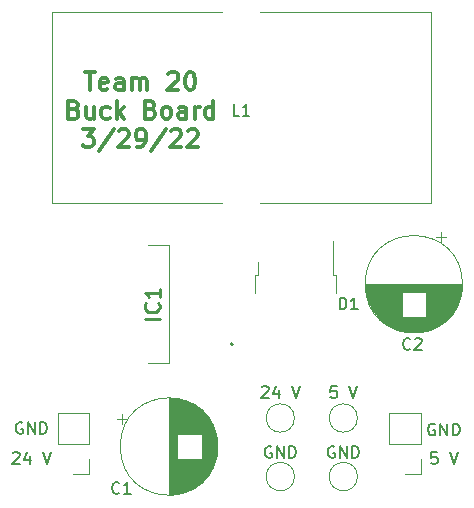
<source format=gbr>
%TF.GenerationSoftware,KiCad,Pcbnew,(6.0.1)*%
%TF.CreationDate,2022-03-29T16:10:18-05:00*%
%TF.ProjectId,buck_board,6275636b-5f62-46f6-9172-642e6b696361,rev?*%
%TF.SameCoordinates,Original*%
%TF.FileFunction,Legend,Top*%
%TF.FilePolarity,Positive*%
%FSLAX46Y46*%
G04 Gerber Fmt 4.6, Leading zero omitted, Abs format (unit mm)*
G04 Created by KiCad (PCBNEW (6.0.1)) date 2022-03-29 16:10:18*
%MOMM*%
%LPD*%
G01*
G04 APERTURE LIST*
%ADD10C,0.300000*%
%ADD11C,0.150000*%
%ADD12C,0.254000*%
%ADD13C,0.120000*%
%ADD14C,0.100000*%
%ADD15C,0.200000*%
G04 APERTURE END LIST*
D10*
X61290000Y-52516571D02*
X62147142Y-52516571D01*
X61718571Y-54016571D02*
X61718571Y-52516571D01*
X63218571Y-53945142D02*
X63075714Y-54016571D01*
X62790000Y-54016571D01*
X62647142Y-53945142D01*
X62575714Y-53802285D01*
X62575714Y-53230857D01*
X62647142Y-53088000D01*
X62790000Y-53016571D01*
X63075714Y-53016571D01*
X63218571Y-53088000D01*
X63290000Y-53230857D01*
X63290000Y-53373714D01*
X62575714Y-53516571D01*
X64575714Y-54016571D02*
X64575714Y-53230857D01*
X64504285Y-53088000D01*
X64361428Y-53016571D01*
X64075714Y-53016571D01*
X63932857Y-53088000D01*
X64575714Y-53945142D02*
X64432857Y-54016571D01*
X64075714Y-54016571D01*
X63932857Y-53945142D01*
X63861428Y-53802285D01*
X63861428Y-53659428D01*
X63932857Y-53516571D01*
X64075714Y-53445142D01*
X64432857Y-53445142D01*
X64575714Y-53373714D01*
X65290000Y-54016571D02*
X65290000Y-53016571D01*
X65290000Y-53159428D02*
X65361428Y-53088000D01*
X65504285Y-53016571D01*
X65718571Y-53016571D01*
X65861428Y-53088000D01*
X65932857Y-53230857D01*
X65932857Y-54016571D01*
X65932857Y-53230857D02*
X66004285Y-53088000D01*
X66147142Y-53016571D01*
X66361428Y-53016571D01*
X66504285Y-53088000D01*
X66575714Y-53230857D01*
X66575714Y-54016571D01*
X68361428Y-52659428D02*
X68432857Y-52588000D01*
X68575714Y-52516571D01*
X68932857Y-52516571D01*
X69075714Y-52588000D01*
X69147142Y-52659428D01*
X69218571Y-52802285D01*
X69218571Y-52945142D01*
X69147142Y-53159428D01*
X68290000Y-54016571D01*
X69218571Y-54016571D01*
X70147142Y-52516571D02*
X70290000Y-52516571D01*
X70432857Y-52588000D01*
X70504285Y-52659428D01*
X70575714Y-52802285D01*
X70647142Y-53088000D01*
X70647142Y-53445142D01*
X70575714Y-53730857D01*
X70504285Y-53873714D01*
X70432857Y-53945142D01*
X70290000Y-54016571D01*
X70147142Y-54016571D01*
X70004285Y-53945142D01*
X69932857Y-53873714D01*
X69861428Y-53730857D01*
X69790000Y-53445142D01*
X69790000Y-53088000D01*
X69861428Y-52802285D01*
X69932857Y-52659428D01*
X70004285Y-52588000D01*
X70147142Y-52516571D01*
X60397142Y-55645857D02*
X60611428Y-55717285D01*
X60682857Y-55788714D01*
X60754285Y-55931571D01*
X60754285Y-56145857D01*
X60682857Y-56288714D01*
X60611428Y-56360142D01*
X60468571Y-56431571D01*
X59897142Y-56431571D01*
X59897142Y-54931571D01*
X60397142Y-54931571D01*
X60540000Y-55003000D01*
X60611428Y-55074428D01*
X60682857Y-55217285D01*
X60682857Y-55360142D01*
X60611428Y-55503000D01*
X60540000Y-55574428D01*
X60397142Y-55645857D01*
X59897142Y-55645857D01*
X62040000Y-55431571D02*
X62040000Y-56431571D01*
X61397142Y-55431571D02*
X61397142Y-56217285D01*
X61468571Y-56360142D01*
X61611428Y-56431571D01*
X61825714Y-56431571D01*
X61968571Y-56360142D01*
X62040000Y-56288714D01*
X63397142Y-56360142D02*
X63254285Y-56431571D01*
X62968571Y-56431571D01*
X62825714Y-56360142D01*
X62754285Y-56288714D01*
X62682857Y-56145857D01*
X62682857Y-55717285D01*
X62754285Y-55574428D01*
X62825714Y-55503000D01*
X62968571Y-55431571D01*
X63254285Y-55431571D01*
X63397142Y-55503000D01*
X64040000Y-56431571D02*
X64040000Y-54931571D01*
X64182857Y-55860142D02*
X64611428Y-56431571D01*
X64611428Y-55431571D02*
X64040000Y-56003000D01*
X66897142Y-55645857D02*
X67111428Y-55717285D01*
X67182857Y-55788714D01*
X67254285Y-55931571D01*
X67254285Y-56145857D01*
X67182857Y-56288714D01*
X67111428Y-56360142D01*
X66968571Y-56431571D01*
X66397142Y-56431571D01*
X66397142Y-54931571D01*
X66897142Y-54931571D01*
X67040000Y-55003000D01*
X67111428Y-55074428D01*
X67182857Y-55217285D01*
X67182857Y-55360142D01*
X67111428Y-55503000D01*
X67040000Y-55574428D01*
X66897142Y-55645857D01*
X66397142Y-55645857D01*
X68111428Y-56431571D02*
X67968571Y-56360142D01*
X67897142Y-56288714D01*
X67825714Y-56145857D01*
X67825714Y-55717285D01*
X67897142Y-55574428D01*
X67968571Y-55503000D01*
X68111428Y-55431571D01*
X68325714Y-55431571D01*
X68468571Y-55503000D01*
X68540000Y-55574428D01*
X68611428Y-55717285D01*
X68611428Y-56145857D01*
X68540000Y-56288714D01*
X68468571Y-56360142D01*
X68325714Y-56431571D01*
X68111428Y-56431571D01*
X69897142Y-56431571D02*
X69897142Y-55645857D01*
X69825714Y-55503000D01*
X69682857Y-55431571D01*
X69397142Y-55431571D01*
X69254285Y-55503000D01*
X69897142Y-56360142D02*
X69754285Y-56431571D01*
X69397142Y-56431571D01*
X69254285Y-56360142D01*
X69182857Y-56217285D01*
X69182857Y-56074428D01*
X69254285Y-55931571D01*
X69397142Y-55860142D01*
X69754285Y-55860142D01*
X69897142Y-55788714D01*
X70611428Y-56431571D02*
X70611428Y-55431571D01*
X70611428Y-55717285D02*
X70682857Y-55574428D01*
X70754285Y-55503000D01*
X70897142Y-55431571D01*
X71040000Y-55431571D01*
X72182857Y-56431571D02*
X72182857Y-54931571D01*
X72182857Y-56360142D02*
X72040000Y-56431571D01*
X71754285Y-56431571D01*
X71611428Y-56360142D01*
X71540000Y-56288714D01*
X71468571Y-56145857D01*
X71468571Y-55717285D01*
X71540000Y-55574428D01*
X71611428Y-55503000D01*
X71754285Y-55431571D01*
X72040000Y-55431571D01*
X72182857Y-55503000D01*
X61111428Y-57346571D02*
X62040000Y-57346571D01*
X61540000Y-57918000D01*
X61754285Y-57918000D01*
X61897142Y-57989428D01*
X61968571Y-58060857D01*
X62040000Y-58203714D01*
X62040000Y-58560857D01*
X61968571Y-58703714D01*
X61897142Y-58775142D01*
X61754285Y-58846571D01*
X61325714Y-58846571D01*
X61182857Y-58775142D01*
X61111428Y-58703714D01*
X63754285Y-57275142D02*
X62468571Y-59203714D01*
X64182857Y-57489428D02*
X64254285Y-57418000D01*
X64397142Y-57346571D01*
X64754285Y-57346571D01*
X64897142Y-57418000D01*
X64968571Y-57489428D01*
X65040000Y-57632285D01*
X65040000Y-57775142D01*
X64968571Y-57989428D01*
X64111428Y-58846571D01*
X65040000Y-58846571D01*
X65754285Y-58846571D02*
X66040000Y-58846571D01*
X66182857Y-58775142D01*
X66254285Y-58703714D01*
X66397142Y-58489428D01*
X66468571Y-58203714D01*
X66468571Y-57632285D01*
X66397142Y-57489428D01*
X66325714Y-57418000D01*
X66182857Y-57346571D01*
X65897142Y-57346571D01*
X65754285Y-57418000D01*
X65682857Y-57489428D01*
X65611428Y-57632285D01*
X65611428Y-57989428D01*
X65682857Y-58132285D01*
X65754285Y-58203714D01*
X65897142Y-58275142D01*
X66182857Y-58275142D01*
X66325714Y-58203714D01*
X66397142Y-58132285D01*
X66468571Y-57989428D01*
X68182857Y-57275142D02*
X66897142Y-59203714D01*
X68611428Y-57489428D02*
X68682857Y-57418000D01*
X68825714Y-57346571D01*
X69182857Y-57346571D01*
X69325714Y-57418000D01*
X69397142Y-57489428D01*
X69468571Y-57632285D01*
X69468571Y-57775142D01*
X69397142Y-57989428D01*
X68540000Y-58846571D01*
X69468571Y-58846571D01*
X70040000Y-57489428D02*
X70111428Y-57418000D01*
X70254285Y-57346571D01*
X70611428Y-57346571D01*
X70754285Y-57418000D01*
X70825714Y-57489428D01*
X70897142Y-57632285D01*
X70897142Y-57775142D01*
X70825714Y-57989428D01*
X69968571Y-58846571D01*
X70897142Y-58846571D01*
D11*
%TO.C,TP4*%
X77089095Y-84214000D02*
X76993857Y-84166380D01*
X76851000Y-84166380D01*
X76708142Y-84214000D01*
X76612904Y-84309238D01*
X76565285Y-84404476D01*
X76517666Y-84594952D01*
X76517666Y-84737809D01*
X76565285Y-84928285D01*
X76612904Y-85023523D01*
X76708142Y-85118761D01*
X76851000Y-85166380D01*
X76946238Y-85166380D01*
X77089095Y-85118761D01*
X77136714Y-85071142D01*
X77136714Y-84737809D01*
X76946238Y-84737809D01*
X77565285Y-85166380D02*
X77565285Y-84166380D01*
X78136714Y-85166380D01*
X78136714Y-84166380D01*
X78612904Y-85166380D02*
X78612904Y-84166380D01*
X78851000Y-84166380D01*
X78993857Y-84214000D01*
X79089095Y-84309238D01*
X79136714Y-84404476D01*
X79184333Y-84594952D01*
X79184333Y-84737809D01*
X79136714Y-84928285D01*
X79089095Y-85023523D01*
X78993857Y-85118761D01*
X78851000Y-85166380D01*
X78612904Y-85166380D01*
%TO.C,TP3*%
X82423095Y-84214000D02*
X82327857Y-84166380D01*
X82185000Y-84166380D01*
X82042142Y-84214000D01*
X81946904Y-84309238D01*
X81899285Y-84404476D01*
X81851666Y-84594952D01*
X81851666Y-84737809D01*
X81899285Y-84928285D01*
X81946904Y-85023523D01*
X82042142Y-85118761D01*
X82185000Y-85166380D01*
X82280238Y-85166380D01*
X82423095Y-85118761D01*
X82470714Y-85071142D01*
X82470714Y-84737809D01*
X82280238Y-84737809D01*
X82899285Y-85166380D02*
X82899285Y-84166380D01*
X83470714Y-85166380D01*
X83470714Y-84166380D01*
X83946904Y-85166380D02*
X83946904Y-84166380D01*
X84185000Y-84166380D01*
X84327857Y-84214000D01*
X84423095Y-84309238D01*
X84470714Y-84404476D01*
X84518333Y-84594952D01*
X84518333Y-84737809D01*
X84470714Y-84928285D01*
X84423095Y-85023523D01*
X84327857Y-85118761D01*
X84185000Y-85166380D01*
X83946904Y-85166380D01*
%TO.C,TP2*%
X82613571Y-79081380D02*
X82137380Y-79081380D01*
X82089761Y-79557571D01*
X82137380Y-79509952D01*
X82232619Y-79462333D01*
X82470714Y-79462333D01*
X82565952Y-79509952D01*
X82613571Y-79557571D01*
X82661190Y-79652809D01*
X82661190Y-79890904D01*
X82613571Y-79986142D01*
X82565952Y-80033761D01*
X82470714Y-80081380D01*
X82232619Y-80081380D01*
X82137380Y-80033761D01*
X82089761Y-79986142D01*
X83708809Y-79081380D02*
X84042142Y-80081380D01*
X84375476Y-79081380D01*
%TO.C,TP1*%
X76279571Y-79176619D02*
X76327190Y-79129000D01*
X76422428Y-79081380D01*
X76660523Y-79081380D01*
X76755761Y-79129000D01*
X76803380Y-79176619D01*
X76851000Y-79271857D01*
X76851000Y-79367095D01*
X76803380Y-79509952D01*
X76231952Y-80081380D01*
X76851000Y-80081380D01*
X77708142Y-79414714D02*
X77708142Y-80081380D01*
X77470047Y-79033761D02*
X77231952Y-79748047D01*
X77851000Y-79748047D01*
X78851000Y-79081380D02*
X79184333Y-80081380D01*
X79517666Y-79081380D01*
%TO.C,L1*%
X74382333Y-56205380D02*
X73906142Y-56205380D01*
X73906142Y-55205380D01*
X75239476Y-56205380D02*
X74668047Y-56205380D01*
X74953761Y-56205380D02*
X74953761Y-55205380D01*
X74858523Y-55348238D01*
X74763285Y-55443476D01*
X74668047Y-55491095D01*
%TO.C,J2*%
X91122571Y-84669380D02*
X90646380Y-84669380D01*
X90598761Y-85145571D01*
X90646380Y-85097952D01*
X90741619Y-85050333D01*
X90979714Y-85050333D01*
X91074952Y-85097952D01*
X91122571Y-85145571D01*
X91170190Y-85240809D01*
X91170190Y-85478904D01*
X91122571Y-85574142D01*
X91074952Y-85621761D01*
X90979714Y-85669380D01*
X90741619Y-85669380D01*
X90646380Y-85621761D01*
X90598761Y-85574142D01*
X92217809Y-84669380D02*
X92551142Y-85669380D01*
X92884476Y-84669380D01*
X90932095Y-82304000D02*
X90836857Y-82256380D01*
X90694000Y-82256380D01*
X90551142Y-82304000D01*
X90455904Y-82399238D01*
X90408285Y-82494476D01*
X90360666Y-82684952D01*
X90360666Y-82827809D01*
X90408285Y-83018285D01*
X90455904Y-83113523D01*
X90551142Y-83208761D01*
X90694000Y-83256380D01*
X90789238Y-83256380D01*
X90932095Y-83208761D01*
X90979714Y-83161142D01*
X90979714Y-82827809D01*
X90789238Y-82827809D01*
X91408285Y-83256380D02*
X91408285Y-82256380D01*
X91979714Y-83256380D01*
X91979714Y-82256380D01*
X92455904Y-83256380D02*
X92455904Y-82256380D01*
X92694000Y-82256380D01*
X92836857Y-82304000D01*
X92932095Y-82399238D01*
X92979714Y-82494476D01*
X93027333Y-82684952D01*
X93027333Y-82827809D01*
X92979714Y-83018285D01*
X92932095Y-83113523D01*
X92836857Y-83208761D01*
X92694000Y-83256380D01*
X92455904Y-83256380D01*
%TO.C,J1*%
X55197571Y-84764619D02*
X55245190Y-84717000D01*
X55340428Y-84669380D01*
X55578523Y-84669380D01*
X55673761Y-84717000D01*
X55721380Y-84764619D01*
X55769000Y-84859857D01*
X55769000Y-84955095D01*
X55721380Y-85097952D01*
X55149952Y-85669380D01*
X55769000Y-85669380D01*
X56626142Y-85002714D02*
X56626142Y-85669380D01*
X56388047Y-84621761D02*
X56149952Y-85336047D01*
X56769000Y-85336047D01*
X57769000Y-84669380D02*
X58102333Y-85669380D01*
X58435666Y-84669380D01*
X56007095Y-82177000D02*
X55911857Y-82129380D01*
X55769000Y-82129380D01*
X55626142Y-82177000D01*
X55530904Y-82272238D01*
X55483285Y-82367476D01*
X55435666Y-82557952D01*
X55435666Y-82700809D01*
X55483285Y-82891285D01*
X55530904Y-82986523D01*
X55626142Y-83081761D01*
X55769000Y-83129380D01*
X55864238Y-83129380D01*
X56007095Y-83081761D01*
X56054714Y-83034142D01*
X56054714Y-82700809D01*
X55864238Y-82700809D01*
X56483285Y-83129380D02*
X56483285Y-82129380D01*
X57054714Y-83129380D01*
X57054714Y-82129380D01*
X57530904Y-83129380D02*
X57530904Y-82129380D01*
X57769000Y-82129380D01*
X57911857Y-82177000D01*
X58007095Y-82272238D01*
X58054714Y-82367476D01*
X58102333Y-82557952D01*
X58102333Y-82700809D01*
X58054714Y-82891285D01*
X58007095Y-82986523D01*
X57911857Y-83081761D01*
X57769000Y-83129380D01*
X57530904Y-83129380D01*
D12*
%TO.C,IC1*%
X67630523Y-73375761D02*
X66360523Y-73375761D01*
X67509571Y-72045285D02*
X67570047Y-72105761D01*
X67630523Y-72287190D01*
X67630523Y-72408142D01*
X67570047Y-72589571D01*
X67449095Y-72710523D01*
X67328142Y-72771000D01*
X67086238Y-72831476D01*
X66904809Y-72831476D01*
X66662904Y-72771000D01*
X66541952Y-72710523D01*
X66421000Y-72589571D01*
X66360523Y-72408142D01*
X66360523Y-72287190D01*
X66421000Y-72105761D01*
X66481476Y-72045285D01*
X67630523Y-70835761D02*
X67630523Y-71561476D01*
X67630523Y-71198619D02*
X66360523Y-71198619D01*
X66541952Y-71319571D01*
X66662904Y-71440523D01*
X66723380Y-71561476D01*
D11*
%TO.C,D1*%
X82882904Y-72588380D02*
X82882904Y-71588380D01*
X83121000Y-71588380D01*
X83263857Y-71636000D01*
X83359095Y-71731238D01*
X83406714Y-71826476D01*
X83454333Y-72016952D01*
X83454333Y-72159809D01*
X83406714Y-72350285D01*
X83359095Y-72445523D01*
X83263857Y-72540761D01*
X83121000Y-72588380D01*
X82882904Y-72588380D01*
X84406714Y-72588380D02*
X83835285Y-72588380D01*
X84121000Y-72588380D02*
X84121000Y-71588380D01*
X84025761Y-71731238D01*
X83930523Y-71826476D01*
X83835285Y-71874095D01*
%TO.C,C2*%
X88860333Y-75922142D02*
X88812714Y-75969761D01*
X88669857Y-76017380D01*
X88574619Y-76017380D01*
X88431761Y-75969761D01*
X88336523Y-75874523D01*
X88288904Y-75779285D01*
X88241285Y-75588809D01*
X88241285Y-75445952D01*
X88288904Y-75255476D01*
X88336523Y-75160238D01*
X88431761Y-75065000D01*
X88574619Y-75017380D01*
X88669857Y-75017380D01*
X88812714Y-75065000D01*
X88860333Y-75112619D01*
X89241285Y-75112619D02*
X89288904Y-75065000D01*
X89384142Y-75017380D01*
X89622238Y-75017380D01*
X89717476Y-75065000D01*
X89765095Y-75112619D01*
X89812714Y-75207857D01*
X89812714Y-75303095D01*
X89765095Y-75445952D01*
X89193666Y-76017380D01*
X89812714Y-76017380D01*
%TO.C,C1*%
X64222333Y-88114142D02*
X64174714Y-88161761D01*
X64031857Y-88209380D01*
X63936619Y-88209380D01*
X63793761Y-88161761D01*
X63698523Y-88066523D01*
X63650904Y-87971285D01*
X63603285Y-87780809D01*
X63603285Y-87637952D01*
X63650904Y-87447476D01*
X63698523Y-87352238D01*
X63793761Y-87257000D01*
X63936619Y-87209380D01*
X64031857Y-87209380D01*
X64174714Y-87257000D01*
X64222333Y-87304619D01*
X65174714Y-88209380D02*
X64603285Y-88209380D01*
X64889000Y-88209380D02*
X64889000Y-87209380D01*
X64793761Y-87352238D01*
X64698523Y-87447476D01*
X64603285Y-87495095D01*
D13*
%TO.C,TP4*%
X79051000Y-86741000D02*
G75*
G03*
X79051000Y-86741000I-1200000J0D01*
G01*
%TO.C,TP3*%
X84385000Y-86741000D02*
G75*
G03*
X84385000Y-86741000I-1200000J0D01*
G01*
%TO.C,TP2*%
X84385000Y-81783000D02*
G75*
G03*
X84385000Y-81783000I-1200000J0D01*
G01*
%TO.C,TP1*%
X79051000Y-81783000D02*
G75*
G03*
X79051000Y-81783000I-1200000J0D01*
G01*
%TO.C,L1*%
X58529000Y-63564000D02*
X58529000Y-47424000D01*
X90569000Y-63564000D02*
X76157000Y-63564000D01*
X90569000Y-47424000D02*
X76157000Y-47424000D01*
X72941000Y-47424000D02*
X58529000Y-47424000D01*
X90569000Y-63564000D02*
X90569000Y-47424000D01*
X72941000Y-63564000D02*
X58529000Y-63564000D01*
%TO.C,J2*%
X87062000Y-83947000D02*
X87062000Y-81347000D01*
X89722000Y-86547000D02*
X88392000Y-86547000D01*
X89722000Y-83947000D02*
X87062000Y-83947000D01*
X89722000Y-83947000D02*
X89722000Y-81347000D01*
X89722000Y-81347000D02*
X87062000Y-81347000D01*
X89722000Y-85217000D02*
X89722000Y-86547000D01*
%TO.C,J1*%
X58995000Y-83947000D02*
X58995000Y-81347000D01*
X61655000Y-86547000D02*
X60325000Y-86547000D01*
X61655000Y-83947000D02*
X58995000Y-83947000D01*
X61655000Y-83947000D02*
X61655000Y-81347000D01*
X61655000Y-81347000D02*
X58995000Y-81347000D01*
X61655000Y-85217000D02*
X61655000Y-86547000D01*
D14*
%TO.C,IC1*%
X66675000Y-77146000D02*
X68402000Y-77146000D01*
X68402000Y-77146000D02*
X68402000Y-67126000D01*
X68402000Y-67126000D02*
X66675000Y-67126000D01*
D15*
X73755000Y-75436000D02*
X73755000Y-75436000D01*
X73755000Y-75636000D02*
X73755000Y-75636000D01*
X73755000Y-75636000D02*
G75*
G03*
X73755000Y-75436000I0J100000D01*
G01*
X73755000Y-75436000D02*
G75*
G03*
X73755000Y-75636000I0J-100000D01*
G01*
D13*
%TO.C,D1*%
X82571000Y-71166000D02*
X82571000Y-69666000D01*
X82301000Y-69666000D02*
X82301000Y-66836000D01*
X75941000Y-69666000D02*
X75941000Y-68566000D01*
X75671000Y-71166000D02*
X75671000Y-69666000D01*
X82571000Y-69666000D02*
X82301000Y-69666000D01*
X75671000Y-69666000D02*
X75941000Y-69666000D01*
%TO.C,C2*%
X92099000Y-73296349D02*
X86209000Y-73296349D01*
X93196000Y-71015349D02*
X85112000Y-71015349D01*
X88114000Y-71296349D02*
X85160000Y-71296349D01*
X93230000Y-70655349D02*
X85078000Y-70655349D01*
X93215000Y-70855349D02*
X85093000Y-70855349D01*
X88114000Y-71736349D02*
X85277000Y-71736349D01*
X91441000Y-73856349D02*
X86867000Y-73856349D01*
X93004000Y-71816349D02*
X90194000Y-71816349D01*
X93101000Y-71496349D02*
X90194000Y-71496349D01*
X90799000Y-74216349D02*
X87509000Y-74216349D01*
X91659000Y-73696349D02*
X86649000Y-73696349D01*
X93231000Y-70615349D02*
X85077000Y-70615349D01*
X88114000Y-72496349D02*
X85614000Y-72496349D01*
X88114000Y-71416349D02*
X85187000Y-71416349D01*
X88114000Y-72016349D02*
X85380000Y-72016349D01*
X92061000Y-73336349D02*
X86247000Y-73336349D01*
X92840000Y-72216349D02*
X90194000Y-72216349D01*
X92894000Y-72096349D02*
X90194000Y-72096349D01*
X91851000Y-73536349D02*
X86457000Y-73536349D01*
X93156000Y-71256349D02*
X90194000Y-71256349D01*
X88114000Y-71216349D02*
X85144000Y-71216349D01*
X92546000Y-72736349D02*
X90194000Y-72736349D01*
X92944000Y-71976349D02*
X90194000Y-71976349D01*
X88114000Y-71656349D02*
X85252000Y-71656349D01*
X93043000Y-71696349D02*
X90194000Y-71696349D01*
X93121000Y-71416349D02*
X90194000Y-71416349D01*
X88114000Y-72576349D02*
X85661000Y-72576349D01*
X91710000Y-73656349D02*
X86598000Y-73656349D01*
X90967000Y-74136349D02*
X87341000Y-74136349D01*
X93164000Y-71216349D02*
X90194000Y-71216349D01*
X93184000Y-71095349D02*
X85124000Y-71095349D01*
X93234000Y-70495349D02*
X85074000Y-70495349D01*
X92623000Y-72616349D02*
X90194000Y-72616349D01*
X93090000Y-71536349D02*
X90194000Y-71536349D01*
X88114000Y-71776349D02*
X85291000Y-71776349D01*
X91980000Y-73416349D02*
X86328000Y-73416349D01*
X91320000Y-73936349D02*
X86988000Y-73936349D01*
X92278000Y-73096349D02*
X90194000Y-73096349D01*
X88114000Y-72976349D02*
X85934000Y-72976349D01*
X93219000Y-70815349D02*
X85089000Y-70815349D01*
X90383000Y-74376349D02*
X87925000Y-74376349D01*
X88114000Y-72416349D02*
X85570000Y-72416349D01*
X93130000Y-71376349D02*
X90194000Y-71376349D01*
X91869000Y-66445651D02*
X91069000Y-66445651D01*
X93079000Y-71576349D02*
X90194000Y-71576349D01*
X88114000Y-71256349D02*
X85152000Y-71256349D01*
X93111000Y-71456349D02*
X90194000Y-71456349D01*
X88114000Y-72136349D02*
X85432000Y-72136349D01*
X88114000Y-72696349D02*
X85736000Y-72696349D01*
X93225000Y-70735349D02*
X85083000Y-70735349D01*
X92989000Y-71856349D02*
X90194000Y-71856349D01*
X92760000Y-72376349D02*
X90194000Y-72376349D01*
X88114000Y-72256349D02*
X85488000Y-72256349D01*
X88114000Y-73016349D02*
X85965000Y-73016349D01*
X88114000Y-71616349D02*
X85240000Y-71616349D01*
X93148000Y-71296349D02*
X90194000Y-71296349D01*
X88114000Y-72376349D02*
X85548000Y-72376349D01*
X91805000Y-73576349D02*
X86503000Y-73576349D01*
X88114000Y-72096349D02*
X85414000Y-72096349D01*
X88114000Y-71696349D02*
X85265000Y-71696349D01*
X88114000Y-72776349D02*
X85789000Y-72776349D01*
X88114000Y-71176349D02*
X85137000Y-71176349D01*
X88114000Y-72456349D02*
X85592000Y-72456349D01*
X88114000Y-73056349D02*
X85998000Y-73056349D01*
X88114000Y-73176349D02*
X86099000Y-73176349D01*
X91895000Y-73496349D02*
X86413000Y-73496349D01*
X92671000Y-72536349D02*
X90194000Y-72536349D01*
X88114000Y-71856349D02*
X85319000Y-71856349D01*
X92694000Y-72496349D02*
X90194000Y-72496349D01*
X88114000Y-73096349D02*
X86030000Y-73096349D01*
X92173000Y-73216349D02*
X90194000Y-73216349D01*
X93202000Y-70975349D02*
X85106000Y-70975349D01*
X88114000Y-72176349D02*
X85450000Y-72176349D01*
X88114000Y-71976349D02*
X85364000Y-71976349D01*
X92492000Y-72816349D02*
X90194000Y-72816349D01*
X93178000Y-71135349D02*
X85130000Y-71135349D01*
X88114000Y-71336349D02*
X85169000Y-71336349D01*
X92244000Y-73136349D02*
X90194000Y-73136349D01*
X91118000Y-74056349D02*
X87190000Y-74056349D01*
X91256000Y-73976349D02*
X87052000Y-73976349D01*
X89687000Y-74536349D02*
X88621000Y-74536349D01*
X91554000Y-73776349D02*
X86754000Y-73776349D01*
X88114000Y-72736349D02*
X85762000Y-72736349D01*
X92434000Y-72896349D02*
X90194000Y-72896349D01*
X93017000Y-71776349D02*
X90194000Y-71776349D01*
X91188000Y-74016349D02*
X87120000Y-74016349D01*
X88114000Y-72536349D02*
X85637000Y-72536349D01*
X92716000Y-72456349D02*
X90194000Y-72456349D01*
X93233000Y-70575349D02*
X85075000Y-70575349D01*
X88114000Y-71896349D02*
X85333000Y-71896349D01*
X92137000Y-73256349D02*
X86171000Y-73256349D01*
X88114000Y-73216349D02*
X86135000Y-73216349D01*
X88114000Y-73136349D02*
X86064000Y-73136349D01*
X88114000Y-72336349D02*
X85527000Y-72336349D01*
X93228000Y-70695349D02*
X85080000Y-70695349D01*
X91938000Y-73456349D02*
X86370000Y-73456349D01*
X92209000Y-73176349D02*
X90194000Y-73176349D01*
X92858000Y-72176349D02*
X90194000Y-72176349D01*
X92975000Y-71896349D02*
X90194000Y-71896349D01*
X88114000Y-72816349D02*
X85816000Y-72816349D01*
X88114000Y-71536349D02*
X85218000Y-71536349D01*
X93031000Y-71736349D02*
X90194000Y-71736349D01*
X92876000Y-72136349D02*
X90194000Y-72136349D01*
X88114000Y-72896349D02*
X85874000Y-72896349D01*
X92647000Y-72576349D02*
X90194000Y-72576349D01*
X88114000Y-71456349D02*
X85197000Y-71456349D01*
X91469000Y-66045651D02*
X91469000Y-66845651D01*
X89922000Y-74496349D02*
X88386000Y-74496349D01*
X88114000Y-71936349D02*
X85349000Y-71936349D01*
X93056000Y-71656349D02*
X90194000Y-71656349D01*
X88114000Y-71496349D02*
X85207000Y-71496349D01*
X92021000Y-73376349D02*
X86287000Y-73376349D01*
X93139000Y-71336349D02*
X90194000Y-71336349D01*
X91044000Y-74096349D02*
X87264000Y-74096349D01*
X88114000Y-72936349D02*
X85904000Y-72936349D01*
X92519000Y-72776349D02*
X90194000Y-72776349D01*
X92738000Y-72416349D02*
X90194000Y-72416349D01*
X88114000Y-71576349D02*
X85229000Y-71576349D01*
X88114000Y-72056349D02*
X85397000Y-72056349D01*
X91499000Y-73816349D02*
X86809000Y-73816349D01*
X88114000Y-72656349D02*
X85710000Y-72656349D01*
X92820000Y-72256349D02*
X90194000Y-72256349D01*
X92343000Y-73016349D02*
X90194000Y-73016349D01*
X92374000Y-72976349D02*
X90194000Y-72976349D01*
X92928000Y-72016349D02*
X90194000Y-72016349D01*
X92781000Y-72336349D02*
X90194000Y-72336349D01*
X90706000Y-74256349D02*
X87602000Y-74256349D01*
X93234000Y-70455349D02*
X85074000Y-70455349D01*
X88114000Y-72616349D02*
X85685000Y-72616349D01*
X92959000Y-71936349D02*
X90194000Y-71936349D01*
X88114000Y-71376349D02*
X85178000Y-71376349D01*
X93206000Y-70935349D02*
X85102000Y-70935349D01*
X93171000Y-71176349D02*
X90194000Y-71176349D01*
X92572000Y-72696349D02*
X90194000Y-72696349D01*
X92310000Y-73056349D02*
X90194000Y-73056349D01*
X91382000Y-73896349D02*
X86926000Y-73896349D01*
X92404000Y-72936349D02*
X90194000Y-72936349D01*
X90500000Y-74336349D02*
X87808000Y-74336349D01*
X88114000Y-71816349D02*
X85304000Y-71816349D01*
X93234000Y-70535349D02*
X85074000Y-70535349D01*
X91758000Y-73616349D02*
X86550000Y-73616349D01*
X93191000Y-71055349D02*
X85117000Y-71055349D01*
X92801000Y-72296349D02*
X90194000Y-72296349D01*
X92463000Y-72856349D02*
X90194000Y-72856349D01*
X90252000Y-74416349D02*
X88056000Y-74416349D01*
X90885000Y-74176349D02*
X87423000Y-74176349D01*
X93222000Y-70775349D02*
X85086000Y-70775349D01*
X90607000Y-74296349D02*
X87701000Y-74296349D01*
X88114000Y-72296349D02*
X85507000Y-72296349D01*
X92598000Y-72656349D02*
X90194000Y-72656349D01*
X92911000Y-72056349D02*
X90194000Y-72056349D01*
X88114000Y-72216349D02*
X85468000Y-72216349D01*
X93211000Y-70895349D02*
X85097000Y-70895349D01*
X90102000Y-74456349D02*
X88206000Y-74456349D01*
X91608000Y-73736349D02*
X86700000Y-73736349D01*
X93068000Y-71616349D02*
X90194000Y-71616349D01*
X88114000Y-72856349D02*
X85845000Y-72856349D01*
X93274000Y-70455349D02*
G75*
G03*
X93274000Y-70455349I-4120000J0D01*
G01*
%TO.C,C1*%
X71264349Y-81251000D02*
X71264349Y-87141000D01*
X68983349Y-80154000D02*
X68983349Y-88238000D01*
X69264349Y-85236000D02*
X69264349Y-88190000D01*
X68623349Y-80120000D02*
X68623349Y-88272000D01*
X68823349Y-80135000D02*
X68823349Y-88257000D01*
X69704349Y-85236000D02*
X69704349Y-88073000D01*
X71824349Y-81909000D02*
X71824349Y-86483000D01*
X69784349Y-80346000D02*
X69784349Y-83156000D01*
X69464349Y-80249000D02*
X69464349Y-83156000D01*
X72184349Y-82551000D02*
X72184349Y-85841000D01*
X71664349Y-81691000D02*
X71664349Y-86701000D01*
X68583349Y-80119000D02*
X68583349Y-88273000D01*
X70464349Y-85236000D02*
X70464349Y-87736000D01*
X69384349Y-85236000D02*
X69384349Y-88163000D01*
X69984349Y-85236000D02*
X69984349Y-87970000D01*
X71304349Y-81289000D02*
X71304349Y-87103000D01*
X70184349Y-80510000D02*
X70184349Y-83156000D01*
X70064349Y-80456000D02*
X70064349Y-83156000D01*
X71504349Y-81499000D02*
X71504349Y-86893000D01*
X69224349Y-80194000D02*
X69224349Y-83156000D01*
X69184349Y-85236000D02*
X69184349Y-88206000D01*
X70704349Y-80804000D02*
X70704349Y-83156000D01*
X69944349Y-80406000D02*
X69944349Y-83156000D01*
X69624349Y-85236000D02*
X69624349Y-88098000D01*
X69664349Y-80307000D02*
X69664349Y-83156000D01*
X69384349Y-80229000D02*
X69384349Y-83156000D01*
X70544349Y-85236000D02*
X70544349Y-87689000D01*
X71624349Y-81640000D02*
X71624349Y-86752000D01*
X72104349Y-82383000D02*
X72104349Y-86009000D01*
X69184349Y-80186000D02*
X69184349Y-83156000D01*
X69063349Y-80166000D02*
X69063349Y-88226000D01*
X68463349Y-80116000D02*
X68463349Y-88276000D01*
X70584349Y-80727000D02*
X70584349Y-83156000D01*
X69504349Y-80260000D02*
X69504349Y-83156000D01*
X69744349Y-85236000D02*
X69744349Y-88059000D01*
X71384349Y-81370000D02*
X71384349Y-87022000D01*
X71904349Y-82030000D02*
X71904349Y-86362000D01*
X71064349Y-81072000D02*
X71064349Y-83156000D01*
X70944349Y-85236000D02*
X70944349Y-87416000D01*
X68783349Y-80131000D02*
X68783349Y-88261000D01*
X72344349Y-82967000D02*
X72344349Y-85425000D01*
X70384349Y-85236000D02*
X70384349Y-87780000D01*
X69344349Y-80220000D02*
X69344349Y-83156000D01*
X64413651Y-81481000D02*
X64413651Y-82281000D01*
X69544349Y-80271000D02*
X69544349Y-83156000D01*
X69224349Y-85236000D02*
X69224349Y-88198000D01*
X69424349Y-80239000D02*
X69424349Y-83156000D01*
X70104349Y-85236000D02*
X70104349Y-87918000D01*
X70664349Y-85236000D02*
X70664349Y-87614000D01*
X68703349Y-80125000D02*
X68703349Y-88267000D01*
X69824349Y-80361000D02*
X69824349Y-83156000D01*
X70344349Y-80590000D02*
X70344349Y-83156000D01*
X70224349Y-85236000D02*
X70224349Y-87862000D01*
X70984349Y-85236000D02*
X70984349Y-87385000D01*
X69584349Y-85236000D02*
X69584349Y-88110000D01*
X69264349Y-80202000D02*
X69264349Y-83156000D01*
X70344349Y-85236000D02*
X70344349Y-87802000D01*
X71544349Y-81545000D02*
X71544349Y-86847000D01*
X70064349Y-85236000D02*
X70064349Y-87936000D01*
X69664349Y-85236000D02*
X69664349Y-88085000D01*
X70744349Y-85236000D02*
X70744349Y-87561000D01*
X69144349Y-85236000D02*
X69144349Y-88213000D01*
X70424349Y-85236000D02*
X70424349Y-87758000D01*
X71024349Y-85236000D02*
X71024349Y-87352000D01*
X71144349Y-85236000D02*
X71144349Y-87251000D01*
X71464349Y-81455000D02*
X71464349Y-86937000D01*
X70504349Y-80679000D02*
X70504349Y-83156000D01*
X69824349Y-85236000D02*
X69824349Y-88031000D01*
X70464349Y-80656000D02*
X70464349Y-83156000D01*
X71064349Y-85236000D02*
X71064349Y-87320000D01*
X71184349Y-81177000D02*
X71184349Y-83156000D01*
X68943349Y-80148000D02*
X68943349Y-88244000D01*
X70144349Y-85236000D02*
X70144349Y-87900000D01*
X69944349Y-85236000D02*
X69944349Y-87986000D01*
X70784349Y-80858000D02*
X70784349Y-83156000D01*
X69103349Y-80172000D02*
X69103349Y-88220000D01*
X69304349Y-85236000D02*
X69304349Y-88181000D01*
X71104349Y-81106000D02*
X71104349Y-83156000D01*
X72024349Y-82232000D02*
X72024349Y-86160000D01*
X71944349Y-82094000D02*
X71944349Y-86298000D01*
X72504349Y-83663000D02*
X72504349Y-84729000D01*
X71744349Y-81796000D02*
X71744349Y-86596000D01*
X70704349Y-85236000D02*
X70704349Y-87588000D01*
X70864349Y-80916000D02*
X70864349Y-83156000D01*
X69744349Y-80333000D02*
X69744349Y-83156000D01*
X71984349Y-82162000D02*
X71984349Y-86230000D01*
X70504349Y-85236000D02*
X70504349Y-87713000D01*
X70424349Y-80634000D02*
X70424349Y-83156000D01*
X68543349Y-80117000D02*
X68543349Y-88275000D01*
X69864349Y-85236000D02*
X69864349Y-88017000D01*
X71224349Y-81213000D02*
X71224349Y-87179000D01*
X71184349Y-85236000D02*
X71184349Y-87215000D01*
X71104349Y-85236000D02*
X71104349Y-87286000D01*
X70304349Y-85236000D02*
X70304349Y-87823000D01*
X68663349Y-80122000D02*
X68663349Y-88270000D01*
X71424349Y-81412000D02*
X71424349Y-86980000D01*
X71144349Y-81141000D02*
X71144349Y-83156000D01*
X70144349Y-80492000D02*
X70144349Y-83156000D01*
X69864349Y-80375000D02*
X69864349Y-83156000D01*
X70784349Y-85236000D02*
X70784349Y-87534000D01*
X69504349Y-85236000D02*
X69504349Y-88132000D01*
X69704349Y-80319000D02*
X69704349Y-83156000D01*
X70104349Y-80474000D02*
X70104349Y-83156000D01*
X70864349Y-85236000D02*
X70864349Y-87476000D01*
X70544349Y-80703000D02*
X70544349Y-83156000D01*
X69424349Y-85236000D02*
X69424349Y-88153000D01*
X64013651Y-81881000D02*
X64813651Y-81881000D01*
X72464349Y-83428000D02*
X72464349Y-84964000D01*
X69904349Y-85236000D02*
X69904349Y-88001000D01*
X69624349Y-80294000D02*
X69624349Y-83156000D01*
X69464349Y-85236000D02*
X69464349Y-88143000D01*
X71344349Y-81329000D02*
X71344349Y-87063000D01*
X69304349Y-80211000D02*
X69304349Y-83156000D01*
X72064349Y-82306000D02*
X72064349Y-86086000D01*
X70904349Y-85236000D02*
X70904349Y-87446000D01*
X70744349Y-80831000D02*
X70744349Y-83156000D01*
X70384349Y-80612000D02*
X70384349Y-83156000D01*
X69544349Y-85236000D02*
X69544349Y-88121000D01*
X70024349Y-85236000D02*
X70024349Y-87953000D01*
X71784349Y-81851000D02*
X71784349Y-86541000D01*
X70624349Y-85236000D02*
X70624349Y-87640000D01*
X70224349Y-80530000D02*
X70224349Y-83156000D01*
X70984349Y-81007000D02*
X70984349Y-83156000D01*
X70944349Y-80976000D02*
X70944349Y-83156000D01*
X69984349Y-80422000D02*
X69984349Y-83156000D01*
X70304349Y-80569000D02*
X70304349Y-83156000D01*
X72224349Y-82644000D02*
X72224349Y-85748000D01*
X68423349Y-80116000D02*
X68423349Y-88276000D01*
X70584349Y-85236000D02*
X70584349Y-87665000D01*
X69904349Y-80391000D02*
X69904349Y-83156000D01*
X69344349Y-85236000D02*
X69344349Y-88172000D01*
X68903349Y-80144000D02*
X68903349Y-88248000D01*
X69144349Y-80179000D02*
X69144349Y-83156000D01*
X70664349Y-80778000D02*
X70664349Y-83156000D01*
X71024349Y-81040000D02*
X71024349Y-83156000D01*
X71864349Y-81968000D02*
X71864349Y-86424000D01*
X70904349Y-80946000D02*
X70904349Y-83156000D01*
X72304349Y-82850000D02*
X72304349Y-85542000D01*
X69784349Y-85236000D02*
X69784349Y-88046000D01*
X68503349Y-80116000D02*
X68503349Y-88276000D01*
X71584349Y-81592000D02*
X71584349Y-86800000D01*
X69023349Y-80159000D02*
X69023349Y-88233000D01*
X70264349Y-80549000D02*
X70264349Y-83156000D01*
X70824349Y-80887000D02*
X70824349Y-83156000D01*
X72384349Y-83098000D02*
X72384349Y-85294000D01*
X72144349Y-82465000D02*
X72144349Y-85927000D01*
X68743349Y-80128000D02*
X68743349Y-88264000D01*
X72264349Y-82743000D02*
X72264349Y-85649000D01*
X70264349Y-85236000D02*
X70264349Y-87843000D01*
X70624349Y-80752000D02*
X70624349Y-83156000D01*
X70024349Y-80439000D02*
X70024349Y-83156000D01*
X70184349Y-85236000D02*
X70184349Y-87882000D01*
X68863349Y-80139000D02*
X68863349Y-88253000D01*
X72424349Y-83248000D02*
X72424349Y-85144000D01*
X71704349Y-81742000D02*
X71704349Y-86650000D01*
X69584349Y-80282000D02*
X69584349Y-83156000D01*
X70824349Y-85236000D02*
X70824349Y-87505000D01*
X72543349Y-84196000D02*
G75*
G03*
X72543349Y-84196000I-4120000J0D01*
G01*
%TD*%
M02*

</source>
